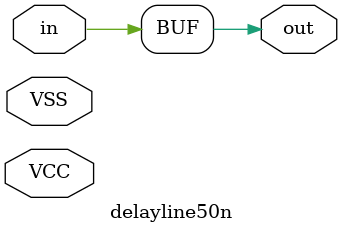
<source format=v>


module delayline50n ( out, in, VCC, VSS );
  input VCC;
  input VSS;
  input in;
  output out;
  buf #50 u0 (out, in);
endmodule

</source>
